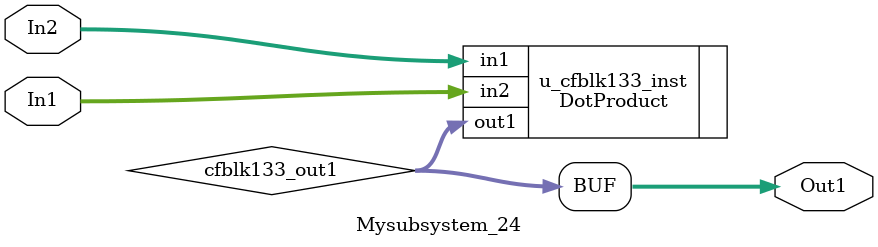
<source format=v>



`timescale 1 ns / 1 ns

module Mysubsystem_24
          (In1,
           In2,
           Out1);


  input   [7:0] In1;  // uint8
  input   [7:0] In2;  // uint8
  output  [15:0] Out1;  // uint16


  wire [15:0] cfblk133_out1;  // uint16


  DotProduct u_cfblk133_inst (.in1(In2),  // uint8
                              .in2(In1),  // uint8
                              .out1(cfblk133_out1)  // uint16
                              );

  assign Out1 = cfblk133_out1;

endmodule  // Mysubsystem_24


</source>
